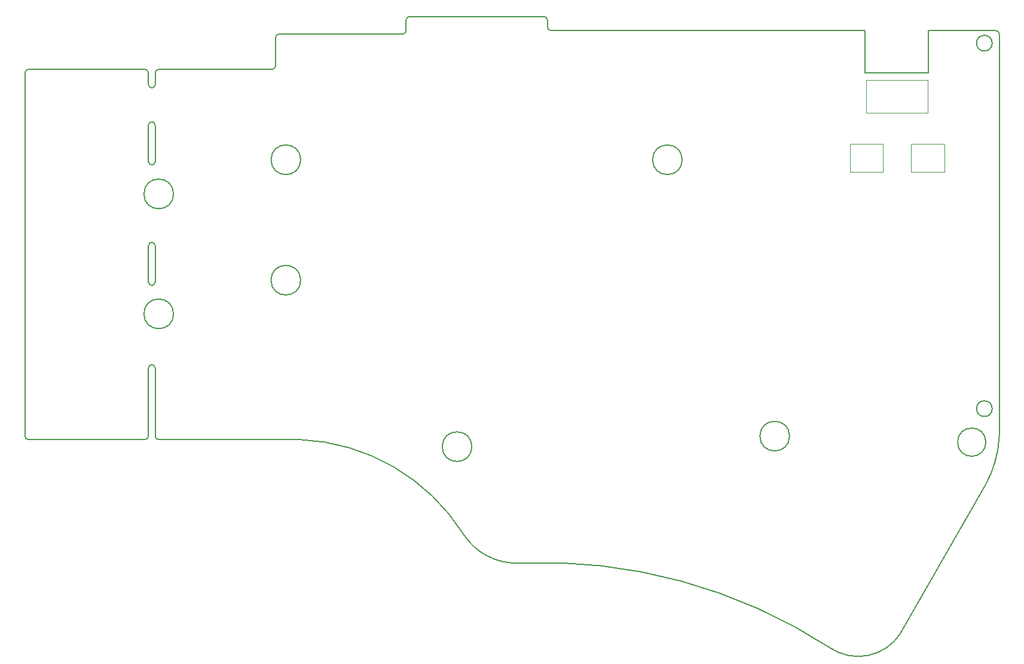
<source format=gbr>
%TF.GenerationSoftware,KiCad,Pcbnew,(6.0.0)*%
%TF.CreationDate,2023-02-19T18:14:09-06:00*%
%TF.ProjectId,corne-chocolate,636f726e-652d-4636-986f-636f6c617465,1.0*%
%TF.SameCoordinates,Original*%
%TF.FileFunction,Profile,NP*%
%FSLAX46Y46*%
G04 Gerber Fmt 4.6, Leading zero omitted, Abs format (unit mm)*
G04 Created by KiCad (PCBNEW (6.0.0)) date 2023-02-19 18:14:09*
%MOMM*%
%LPD*%
G01*
G04 APERTURE LIST*
%TA.AperFunction,Profile*%
%ADD10C,0.150000*%
%TD*%
%TA.AperFunction,Profile*%
%ADD11C,0.120000*%
%TD*%
G04 APERTURE END LIST*
D10*
X-10770000Y-2480000D02*
X-10780000Y3500000D01*
X-10780000Y3500000D02*
X-55250000Y3500000D01*
X-111303100Y-15073224D02*
X-111303100Y-9926777D01*
X-94750000Y-2000000D02*
X-110803100Y-2000000D01*
X-111750000Y-26500000D02*
G75*
G03*
X-112250000Y-27000000I1J-500001D01*
G01*
X-112250000Y-27000000D02*
X-112250000Y-32146447D01*
X-111303100Y-27000000D02*
G75*
G03*
X-111750000Y-26500000I-503153J1D01*
G01*
X-108700150Y-36667750D02*
G75*
G03*
X-108700150Y-36667750I-2100000J0D01*
G01*
X-111303100Y-54000000D02*
G75*
G03*
X-110803100Y-54500000I500001J1D01*
G01*
X-112250000Y-44353553D02*
X-112250000Y-54000000D01*
X-112750000Y-2000000D02*
X-129250000Y-2000000D01*
X-129750000Y-2500000D02*
X-129750000Y-54000000D01*
X-75250000Y5500000D02*
G75*
G03*
X-75750000Y5000000I1J-500001D01*
G01*
X-112250000Y-4146447D02*
G75*
G03*
X-111750000Y-4646447I500001J1D01*
G01*
X6250000Y-61000000D02*
G75*
G03*
X8249999Y-54000000I-13512310J7646372D01*
G01*
X-110803100Y-2000000D02*
G75*
G03*
X-111303100Y-2500000I1J-500001D01*
G01*
X-129250000Y-2000000D02*
G75*
G03*
X-129750000Y-2500000I1J-500001D01*
G01*
X7252115Y1710000D02*
G75*
G03*
X7252115Y1710000I-1112115J0D01*
G01*
X-90696050Y-14815300D02*
G75*
G03*
X-90696050Y-14815300I-2100000J0D01*
G01*
X-1750000Y3500000D02*
X-1750000Y-2480000D01*
X-94250000Y-1500000D02*
X-94250000Y2500000D01*
X-111303100Y-44353553D02*
G75*
G03*
X-111750000Y-43853553I-503153J1D01*
G01*
X-112250000Y-2500000D02*
X-112250000Y-4146447D01*
X-93750000Y3000000D02*
G75*
G03*
X-94250000Y2500000I1J-500001D01*
G01*
X-76250000Y3000000D02*
G75*
G03*
X-75750000Y3500000I-1J500001D01*
G01*
X8250000Y3000000D02*
X8249999Y-54000000D01*
X-66450000Y-55500000D02*
G75*
G03*
X-66450000Y-55500000I-2100000J0D01*
G01*
X-112250000Y-9926777D02*
X-112250000Y-15073224D01*
X-112250000Y-2500000D02*
G75*
G03*
X-112750000Y-2000000I-500001J-1D01*
G01*
X-55750000Y5000000D02*
G75*
G03*
X-56250000Y5500000I-500001J-1D01*
G01*
X-111303100Y-9926777D02*
G75*
G03*
X-111750000Y-9426777I-503153J1D01*
G01*
X-108700150Y-19661050D02*
G75*
G03*
X-108700150Y-19661050I-2100000J0D01*
G01*
X-112750000Y-54500000D02*
X-129250000Y-54500000D01*
X-75750000Y5000000D02*
X-75750000Y3500000D01*
X-15750000Y-84000000D02*
G75*
G03*
X-59750000Y-72000001I-40715408J-62623169D01*
G01*
X-75250000Y5500000D02*
X-56250000Y5500000D01*
X-111750000Y-4646447D02*
G75*
G03*
X-111303100Y-4146447I-56276J500019D01*
G01*
X7252115Y-50112885D02*
G75*
G03*
X7252115Y-50112885I-1112115J0D01*
G01*
X-21450000Y-54000000D02*
G75*
G03*
X-21450000Y-54000000I-2100000J0D01*
G01*
X-112750000Y-54500000D02*
G75*
G03*
X-112250000Y-54000000I-1J500001D01*
G01*
X-111750000Y-9426777D02*
G75*
G03*
X-112250000Y-9926777I1J-500001D01*
G01*
X-55750000Y5000000D02*
X-55750000Y4000000D01*
X6350000Y-54860000D02*
G75*
G03*
X6350000Y-54860000I-2000000J0D01*
G01*
X-67658358Y-67879418D02*
G75*
G03*
X-59750000Y-72000000I7506002J4756485D01*
G01*
X-55750000Y4000000D02*
G75*
G03*
X-55250000Y3500000I500001J1D01*
G01*
X-112250000Y-32146447D02*
G75*
G03*
X-111750000Y-32646447I500001J1D01*
G01*
X-111303100Y-2500000D02*
X-111303100Y-4146447D01*
X-111750000Y-32646447D02*
G75*
G03*
X-111303100Y-32146447I-56268J500012D01*
G01*
X8250000Y3000000D02*
G75*
G03*
X7750000Y3500000I-500001J-1D01*
G01*
X-93750000Y3000000D02*
X-76250000Y3000000D01*
X-1750000Y-2480000D02*
X-10770000Y-2480000D01*
X-111750000Y-15573224D02*
G75*
G03*
X-111303100Y-15073224I-56268J500012D01*
G01*
X-36656500Y-14815300D02*
G75*
G03*
X-36656500Y-14815300I-2100000J0D01*
G01*
X-111303100Y-32146447D02*
X-111303100Y-27000000D01*
X-94750000Y-2000000D02*
G75*
G03*
X-94250000Y-1500000I-1J500001D01*
G01*
X-67658358Y-67879418D02*
G75*
G03*
X-90750000Y-54500000I-24305404J-15332155D01*
G01*
X-90696050Y-31891600D02*
G75*
G03*
X-90696050Y-31891600I-2100000J0D01*
G01*
X-5750000Y-82000000D02*
X6250000Y-61000000D01*
X-111750000Y-43853553D02*
G75*
G03*
X-112250000Y-44353553I1J-500001D01*
G01*
X-129750000Y-54000000D02*
G75*
G03*
X-129250000Y-54500000I500001J1D01*
G01*
X-90750000Y-54500000D02*
X-110803100Y-54500000D01*
X-15750001Y-84000001D02*
G75*
G03*
X-5750000Y-82000000I4022720J5886404D01*
G01*
X7750000Y3500000D02*
X-1750000Y3500000D01*
X-111303100Y-54000000D02*
X-111303100Y-44353553D01*
X-112250000Y-15073224D02*
G75*
G03*
X-111750000Y-15573224I500001J1D01*
G01*
D11*
%TO.C,U1*%
X-4230800Y-16522900D02*
X-4230800Y-12611300D01*
X-8193300Y-16522900D02*
X-8193300Y-12611300D01*
X-1885400Y-3482100D02*
X-1885400Y-8130300D01*
X-12892300Y-16522900D02*
X-8193300Y-16522900D01*
X-10573400Y-3482100D02*
X-10573400Y-8130300D01*
X-1885400Y-3482100D02*
X-10573400Y-3482100D01*
X-8193300Y-12611300D02*
X-12892300Y-12611300D01*
X-4230800Y-12611300D02*
X468200Y-12611300D01*
X-10573400Y-8130300D02*
X-1885400Y-8130300D01*
X468200Y-12611300D02*
X468200Y-16522900D01*
X-12892300Y-12611300D02*
X-12892300Y-16522900D01*
X468200Y-16522900D02*
X-4230800Y-16522900D01*
%TD*%
M02*

</source>
